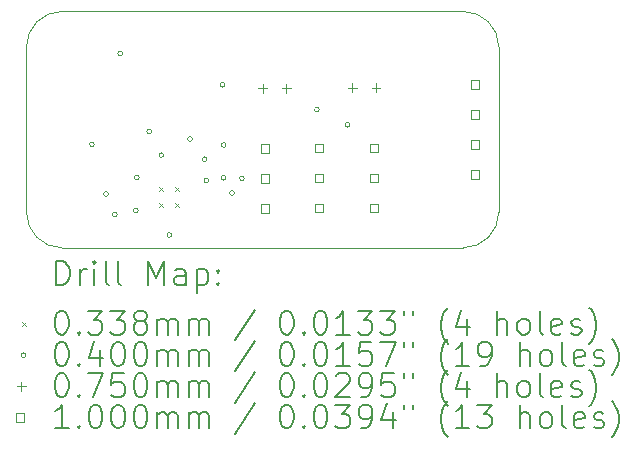
<source format=gbr>
%FSLAX45Y45*%
G04 Gerber Fmt 4.5, Leading zero omitted, Abs format (unit mm)*
G04 Created by KiCad (PCBNEW (6.0.0-0)) date 2022-08-17 21:27:31*
%MOMM*%
%LPD*%
G01*
G04 APERTURE LIST*
%TA.AperFunction,Profile*%
%ADD10C,0.100000*%
%TD*%
%ADD11C,0.200000*%
%ADD12C,0.033750*%
%ADD13C,0.040000*%
%ADD14C,0.075000*%
%ADD15C,0.100000*%
G04 APERTURE END LIST*
D10*
X14300000Y-8000000D02*
X17700000Y-8000000D01*
X17700000Y-10000000D02*
X14300000Y-10000000D01*
X14000000Y-9700000D02*
X14000000Y-8300000D01*
X18000000Y-8300000D02*
X18000000Y-9700000D01*
X18000000Y-8300000D02*
G75*
G03*
X17700000Y-8000000I-300000J0D01*
G01*
X17700000Y-10000000D02*
G75*
G03*
X18000000Y-9700000I0J300000D01*
G01*
X14000000Y-9700000D02*
G75*
G03*
X14300000Y-10000000I300000J0D01*
G01*
X14300000Y-8000000D02*
G75*
G03*
X14000000Y-8300000I0J-300000D01*
G01*
D11*
D12*
X15125625Y-9485625D02*
X15159375Y-9519375D01*
X15159375Y-9485625D02*
X15125625Y-9519375D01*
X15125625Y-9620625D02*
X15159375Y-9654375D01*
X15159375Y-9620625D02*
X15125625Y-9654375D01*
X15260625Y-9485625D02*
X15294375Y-9519375D01*
X15294375Y-9485625D02*
X15260625Y-9519375D01*
X15260625Y-9620625D02*
X15294375Y-9654375D01*
X15294375Y-9620625D02*
X15260625Y-9654375D01*
D13*
X14575000Y-9125000D02*
G75*
G03*
X14575000Y-9125000I-20000J0D01*
G01*
X14695000Y-9545000D02*
G75*
G03*
X14695000Y-9545000I-20000J0D01*
G01*
X14768069Y-9717210D02*
G75*
G03*
X14768069Y-9717210I-20000J0D01*
G01*
X14815000Y-8355000D02*
G75*
G03*
X14815000Y-8355000I-20000J0D01*
G01*
X14946621Y-9686660D02*
G75*
G03*
X14946621Y-9686660I-20000J0D01*
G01*
X14955000Y-9405000D02*
G75*
G03*
X14955000Y-9405000I-20000J0D01*
G01*
X15060000Y-9017500D02*
G75*
G03*
X15060000Y-9017500I-20000J0D01*
G01*
X15161709Y-9215831D02*
G75*
G03*
X15161709Y-9215831I-20000J0D01*
G01*
X15230000Y-9892500D02*
G75*
G03*
X15230000Y-9892500I-20000J0D01*
G01*
X15405000Y-9080000D02*
G75*
G03*
X15405000Y-9080000I-20000J0D01*
G01*
X15530000Y-9250000D02*
G75*
G03*
X15530000Y-9250000I-20000J0D01*
G01*
X15543814Y-9430355D02*
G75*
G03*
X15543814Y-9430355I-20000J0D01*
G01*
X15680000Y-8620000D02*
G75*
G03*
X15680000Y-8620000I-20000J0D01*
G01*
X15688714Y-9407065D02*
G75*
G03*
X15688714Y-9407065I-20000J0D01*
G01*
X15690000Y-9130000D02*
G75*
G03*
X15690000Y-9130000I-20000J0D01*
G01*
X15760640Y-9535711D02*
G75*
G03*
X15760640Y-9535711I-20000J0D01*
G01*
X15844950Y-9412401D02*
G75*
G03*
X15844950Y-9412401I-20000J0D01*
G01*
X16480000Y-8830000D02*
G75*
G03*
X16480000Y-8830000I-20000J0D01*
G01*
X16740000Y-8960000D02*
G75*
G03*
X16740000Y-8960000I-20000J0D01*
G01*
D14*
X16000000Y-8612500D02*
X16000000Y-8687500D01*
X15962500Y-8650000D02*
X16037500Y-8650000D01*
X16200000Y-8612500D02*
X16200000Y-8687500D01*
X16162500Y-8650000D02*
X16237500Y-8650000D01*
X16760000Y-8607500D02*
X16760000Y-8682500D01*
X16722500Y-8645000D02*
X16797500Y-8645000D01*
X16960000Y-8607500D02*
X16960000Y-8682500D01*
X16922500Y-8645000D02*
X16997500Y-8645000D01*
D15*
X16055356Y-9195356D02*
X16055356Y-9124644D01*
X15984644Y-9124644D01*
X15984644Y-9195356D01*
X16055356Y-9195356D01*
X16055356Y-9449356D02*
X16055356Y-9378644D01*
X15984644Y-9378644D01*
X15984644Y-9449356D01*
X16055356Y-9449356D01*
X16055356Y-9703356D02*
X16055356Y-9632644D01*
X15984644Y-9632644D01*
X15984644Y-9703356D01*
X16055356Y-9703356D01*
X16515356Y-9192856D02*
X16515356Y-9122144D01*
X16444644Y-9122144D01*
X16444644Y-9192856D01*
X16515356Y-9192856D01*
X16515356Y-9446856D02*
X16515356Y-9376144D01*
X16444644Y-9376144D01*
X16444644Y-9446856D01*
X16515356Y-9446856D01*
X16515356Y-9700856D02*
X16515356Y-9630144D01*
X16444644Y-9630144D01*
X16444644Y-9700856D01*
X16515356Y-9700856D01*
X16980356Y-9192856D02*
X16980356Y-9122144D01*
X16909644Y-9122144D01*
X16909644Y-9192856D01*
X16980356Y-9192856D01*
X16980356Y-9446856D02*
X16980356Y-9376144D01*
X16909644Y-9376144D01*
X16909644Y-9446856D01*
X16980356Y-9446856D01*
X16980356Y-9700856D02*
X16980356Y-9630144D01*
X16909644Y-9630144D01*
X16909644Y-9700856D01*
X16980356Y-9700856D01*
X17832856Y-8653356D02*
X17832856Y-8582644D01*
X17762144Y-8582644D01*
X17762144Y-8653356D01*
X17832856Y-8653356D01*
X17832856Y-8907356D02*
X17832856Y-8836644D01*
X17762144Y-8836644D01*
X17762144Y-8907356D01*
X17832856Y-8907356D01*
X17832856Y-9161356D02*
X17832856Y-9090644D01*
X17762144Y-9090644D01*
X17762144Y-9161356D01*
X17832856Y-9161356D01*
X17832856Y-9415356D02*
X17832856Y-9344644D01*
X17762144Y-9344644D01*
X17762144Y-9415356D01*
X17832856Y-9415356D01*
D11*
X14252619Y-10315476D02*
X14252619Y-10115476D01*
X14300238Y-10115476D01*
X14328809Y-10125000D01*
X14347857Y-10144048D01*
X14357381Y-10163095D01*
X14366905Y-10201190D01*
X14366905Y-10229762D01*
X14357381Y-10267857D01*
X14347857Y-10286905D01*
X14328809Y-10305952D01*
X14300238Y-10315476D01*
X14252619Y-10315476D01*
X14452619Y-10315476D02*
X14452619Y-10182143D01*
X14452619Y-10220238D02*
X14462143Y-10201190D01*
X14471667Y-10191667D01*
X14490714Y-10182143D01*
X14509762Y-10182143D01*
X14576428Y-10315476D02*
X14576428Y-10182143D01*
X14576428Y-10115476D02*
X14566905Y-10125000D01*
X14576428Y-10134524D01*
X14585952Y-10125000D01*
X14576428Y-10115476D01*
X14576428Y-10134524D01*
X14700238Y-10315476D02*
X14681190Y-10305952D01*
X14671667Y-10286905D01*
X14671667Y-10115476D01*
X14805000Y-10315476D02*
X14785952Y-10305952D01*
X14776428Y-10286905D01*
X14776428Y-10115476D01*
X15033571Y-10315476D02*
X15033571Y-10115476D01*
X15100238Y-10258333D01*
X15166905Y-10115476D01*
X15166905Y-10315476D01*
X15347857Y-10315476D02*
X15347857Y-10210714D01*
X15338333Y-10191667D01*
X15319286Y-10182143D01*
X15281190Y-10182143D01*
X15262143Y-10191667D01*
X15347857Y-10305952D02*
X15328809Y-10315476D01*
X15281190Y-10315476D01*
X15262143Y-10305952D01*
X15252619Y-10286905D01*
X15252619Y-10267857D01*
X15262143Y-10248810D01*
X15281190Y-10239286D01*
X15328809Y-10239286D01*
X15347857Y-10229762D01*
X15443095Y-10182143D02*
X15443095Y-10382143D01*
X15443095Y-10191667D02*
X15462143Y-10182143D01*
X15500238Y-10182143D01*
X15519286Y-10191667D01*
X15528809Y-10201190D01*
X15538333Y-10220238D01*
X15538333Y-10277381D01*
X15528809Y-10296429D01*
X15519286Y-10305952D01*
X15500238Y-10315476D01*
X15462143Y-10315476D01*
X15443095Y-10305952D01*
X15624048Y-10296429D02*
X15633571Y-10305952D01*
X15624048Y-10315476D01*
X15614524Y-10305952D01*
X15624048Y-10296429D01*
X15624048Y-10315476D01*
X15624048Y-10191667D02*
X15633571Y-10201190D01*
X15624048Y-10210714D01*
X15614524Y-10201190D01*
X15624048Y-10191667D01*
X15624048Y-10210714D01*
D12*
X13961250Y-10628125D02*
X13995000Y-10661875D01*
X13995000Y-10628125D02*
X13961250Y-10661875D01*
D11*
X14290714Y-10535476D02*
X14309762Y-10535476D01*
X14328809Y-10545000D01*
X14338333Y-10554524D01*
X14347857Y-10573571D01*
X14357381Y-10611667D01*
X14357381Y-10659286D01*
X14347857Y-10697381D01*
X14338333Y-10716429D01*
X14328809Y-10725952D01*
X14309762Y-10735476D01*
X14290714Y-10735476D01*
X14271667Y-10725952D01*
X14262143Y-10716429D01*
X14252619Y-10697381D01*
X14243095Y-10659286D01*
X14243095Y-10611667D01*
X14252619Y-10573571D01*
X14262143Y-10554524D01*
X14271667Y-10545000D01*
X14290714Y-10535476D01*
X14443095Y-10716429D02*
X14452619Y-10725952D01*
X14443095Y-10735476D01*
X14433571Y-10725952D01*
X14443095Y-10716429D01*
X14443095Y-10735476D01*
X14519286Y-10535476D02*
X14643095Y-10535476D01*
X14576428Y-10611667D01*
X14605000Y-10611667D01*
X14624048Y-10621190D01*
X14633571Y-10630714D01*
X14643095Y-10649762D01*
X14643095Y-10697381D01*
X14633571Y-10716429D01*
X14624048Y-10725952D01*
X14605000Y-10735476D01*
X14547857Y-10735476D01*
X14528809Y-10725952D01*
X14519286Y-10716429D01*
X14709762Y-10535476D02*
X14833571Y-10535476D01*
X14766905Y-10611667D01*
X14795476Y-10611667D01*
X14814524Y-10621190D01*
X14824048Y-10630714D01*
X14833571Y-10649762D01*
X14833571Y-10697381D01*
X14824048Y-10716429D01*
X14814524Y-10725952D01*
X14795476Y-10735476D01*
X14738333Y-10735476D01*
X14719286Y-10725952D01*
X14709762Y-10716429D01*
X14947857Y-10621190D02*
X14928809Y-10611667D01*
X14919286Y-10602143D01*
X14909762Y-10583095D01*
X14909762Y-10573571D01*
X14919286Y-10554524D01*
X14928809Y-10545000D01*
X14947857Y-10535476D01*
X14985952Y-10535476D01*
X15005000Y-10545000D01*
X15014524Y-10554524D01*
X15024048Y-10573571D01*
X15024048Y-10583095D01*
X15014524Y-10602143D01*
X15005000Y-10611667D01*
X14985952Y-10621190D01*
X14947857Y-10621190D01*
X14928809Y-10630714D01*
X14919286Y-10640238D01*
X14909762Y-10659286D01*
X14909762Y-10697381D01*
X14919286Y-10716429D01*
X14928809Y-10725952D01*
X14947857Y-10735476D01*
X14985952Y-10735476D01*
X15005000Y-10725952D01*
X15014524Y-10716429D01*
X15024048Y-10697381D01*
X15024048Y-10659286D01*
X15014524Y-10640238D01*
X15005000Y-10630714D01*
X14985952Y-10621190D01*
X15109762Y-10735476D02*
X15109762Y-10602143D01*
X15109762Y-10621190D02*
X15119286Y-10611667D01*
X15138333Y-10602143D01*
X15166905Y-10602143D01*
X15185952Y-10611667D01*
X15195476Y-10630714D01*
X15195476Y-10735476D01*
X15195476Y-10630714D02*
X15205000Y-10611667D01*
X15224048Y-10602143D01*
X15252619Y-10602143D01*
X15271667Y-10611667D01*
X15281190Y-10630714D01*
X15281190Y-10735476D01*
X15376428Y-10735476D02*
X15376428Y-10602143D01*
X15376428Y-10621190D02*
X15385952Y-10611667D01*
X15405000Y-10602143D01*
X15433571Y-10602143D01*
X15452619Y-10611667D01*
X15462143Y-10630714D01*
X15462143Y-10735476D01*
X15462143Y-10630714D02*
X15471667Y-10611667D01*
X15490714Y-10602143D01*
X15519286Y-10602143D01*
X15538333Y-10611667D01*
X15547857Y-10630714D01*
X15547857Y-10735476D01*
X15938333Y-10525952D02*
X15766905Y-10783095D01*
X16195476Y-10535476D02*
X16214524Y-10535476D01*
X16233571Y-10545000D01*
X16243095Y-10554524D01*
X16252619Y-10573571D01*
X16262143Y-10611667D01*
X16262143Y-10659286D01*
X16252619Y-10697381D01*
X16243095Y-10716429D01*
X16233571Y-10725952D01*
X16214524Y-10735476D01*
X16195476Y-10735476D01*
X16176428Y-10725952D01*
X16166905Y-10716429D01*
X16157381Y-10697381D01*
X16147857Y-10659286D01*
X16147857Y-10611667D01*
X16157381Y-10573571D01*
X16166905Y-10554524D01*
X16176428Y-10545000D01*
X16195476Y-10535476D01*
X16347857Y-10716429D02*
X16357381Y-10725952D01*
X16347857Y-10735476D01*
X16338333Y-10725952D01*
X16347857Y-10716429D01*
X16347857Y-10735476D01*
X16481190Y-10535476D02*
X16500238Y-10535476D01*
X16519286Y-10545000D01*
X16528809Y-10554524D01*
X16538333Y-10573571D01*
X16547857Y-10611667D01*
X16547857Y-10659286D01*
X16538333Y-10697381D01*
X16528809Y-10716429D01*
X16519286Y-10725952D01*
X16500238Y-10735476D01*
X16481190Y-10735476D01*
X16462143Y-10725952D01*
X16452619Y-10716429D01*
X16443095Y-10697381D01*
X16433571Y-10659286D01*
X16433571Y-10611667D01*
X16443095Y-10573571D01*
X16452619Y-10554524D01*
X16462143Y-10545000D01*
X16481190Y-10535476D01*
X16738333Y-10735476D02*
X16624048Y-10735476D01*
X16681190Y-10735476D02*
X16681190Y-10535476D01*
X16662143Y-10564048D01*
X16643095Y-10583095D01*
X16624048Y-10592619D01*
X16805000Y-10535476D02*
X16928810Y-10535476D01*
X16862143Y-10611667D01*
X16890714Y-10611667D01*
X16909762Y-10621190D01*
X16919286Y-10630714D01*
X16928810Y-10649762D01*
X16928810Y-10697381D01*
X16919286Y-10716429D01*
X16909762Y-10725952D01*
X16890714Y-10735476D01*
X16833571Y-10735476D01*
X16814524Y-10725952D01*
X16805000Y-10716429D01*
X16995476Y-10535476D02*
X17119286Y-10535476D01*
X17052619Y-10611667D01*
X17081190Y-10611667D01*
X17100238Y-10621190D01*
X17109762Y-10630714D01*
X17119286Y-10649762D01*
X17119286Y-10697381D01*
X17109762Y-10716429D01*
X17100238Y-10725952D01*
X17081190Y-10735476D01*
X17024048Y-10735476D01*
X17005000Y-10725952D01*
X16995476Y-10716429D01*
X17195476Y-10535476D02*
X17195476Y-10573571D01*
X17271667Y-10535476D02*
X17271667Y-10573571D01*
X17566905Y-10811667D02*
X17557381Y-10802143D01*
X17538333Y-10773571D01*
X17528810Y-10754524D01*
X17519286Y-10725952D01*
X17509762Y-10678333D01*
X17509762Y-10640238D01*
X17519286Y-10592619D01*
X17528810Y-10564048D01*
X17538333Y-10545000D01*
X17557381Y-10516429D01*
X17566905Y-10506905D01*
X17728810Y-10602143D02*
X17728810Y-10735476D01*
X17681190Y-10525952D02*
X17633571Y-10668810D01*
X17757381Y-10668810D01*
X17985952Y-10735476D02*
X17985952Y-10535476D01*
X18071667Y-10735476D02*
X18071667Y-10630714D01*
X18062143Y-10611667D01*
X18043095Y-10602143D01*
X18014524Y-10602143D01*
X17995476Y-10611667D01*
X17985952Y-10621190D01*
X18195476Y-10735476D02*
X18176429Y-10725952D01*
X18166905Y-10716429D01*
X18157381Y-10697381D01*
X18157381Y-10640238D01*
X18166905Y-10621190D01*
X18176429Y-10611667D01*
X18195476Y-10602143D01*
X18224048Y-10602143D01*
X18243095Y-10611667D01*
X18252619Y-10621190D01*
X18262143Y-10640238D01*
X18262143Y-10697381D01*
X18252619Y-10716429D01*
X18243095Y-10725952D01*
X18224048Y-10735476D01*
X18195476Y-10735476D01*
X18376429Y-10735476D02*
X18357381Y-10725952D01*
X18347857Y-10706905D01*
X18347857Y-10535476D01*
X18528810Y-10725952D02*
X18509762Y-10735476D01*
X18471667Y-10735476D01*
X18452619Y-10725952D01*
X18443095Y-10706905D01*
X18443095Y-10630714D01*
X18452619Y-10611667D01*
X18471667Y-10602143D01*
X18509762Y-10602143D01*
X18528810Y-10611667D01*
X18538333Y-10630714D01*
X18538333Y-10649762D01*
X18443095Y-10668810D01*
X18614524Y-10725952D02*
X18633571Y-10735476D01*
X18671667Y-10735476D01*
X18690714Y-10725952D01*
X18700238Y-10706905D01*
X18700238Y-10697381D01*
X18690714Y-10678333D01*
X18671667Y-10668810D01*
X18643095Y-10668810D01*
X18624048Y-10659286D01*
X18614524Y-10640238D01*
X18614524Y-10630714D01*
X18624048Y-10611667D01*
X18643095Y-10602143D01*
X18671667Y-10602143D01*
X18690714Y-10611667D01*
X18766905Y-10811667D02*
X18776429Y-10802143D01*
X18795476Y-10773571D01*
X18805000Y-10754524D01*
X18814524Y-10725952D01*
X18824048Y-10678333D01*
X18824048Y-10640238D01*
X18814524Y-10592619D01*
X18805000Y-10564048D01*
X18795476Y-10545000D01*
X18776429Y-10516429D01*
X18766905Y-10506905D01*
D13*
X13995000Y-10909000D02*
G75*
G03*
X13995000Y-10909000I-20000J0D01*
G01*
D11*
X14290714Y-10799476D02*
X14309762Y-10799476D01*
X14328809Y-10809000D01*
X14338333Y-10818524D01*
X14347857Y-10837571D01*
X14357381Y-10875667D01*
X14357381Y-10923286D01*
X14347857Y-10961381D01*
X14338333Y-10980429D01*
X14328809Y-10989952D01*
X14309762Y-10999476D01*
X14290714Y-10999476D01*
X14271667Y-10989952D01*
X14262143Y-10980429D01*
X14252619Y-10961381D01*
X14243095Y-10923286D01*
X14243095Y-10875667D01*
X14252619Y-10837571D01*
X14262143Y-10818524D01*
X14271667Y-10809000D01*
X14290714Y-10799476D01*
X14443095Y-10980429D02*
X14452619Y-10989952D01*
X14443095Y-10999476D01*
X14433571Y-10989952D01*
X14443095Y-10980429D01*
X14443095Y-10999476D01*
X14624048Y-10866143D02*
X14624048Y-10999476D01*
X14576428Y-10789952D02*
X14528809Y-10932810D01*
X14652619Y-10932810D01*
X14766905Y-10799476D02*
X14785952Y-10799476D01*
X14805000Y-10809000D01*
X14814524Y-10818524D01*
X14824048Y-10837571D01*
X14833571Y-10875667D01*
X14833571Y-10923286D01*
X14824048Y-10961381D01*
X14814524Y-10980429D01*
X14805000Y-10989952D01*
X14785952Y-10999476D01*
X14766905Y-10999476D01*
X14747857Y-10989952D01*
X14738333Y-10980429D01*
X14728809Y-10961381D01*
X14719286Y-10923286D01*
X14719286Y-10875667D01*
X14728809Y-10837571D01*
X14738333Y-10818524D01*
X14747857Y-10809000D01*
X14766905Y-10799476D01*
X14957381Y-10799476D02*
X14976428Y-10799476D01*
X14995476Y-10809000D01*
X15005000Y-10818524D01*
X15014524Y-10837571D01*
X15024048Y-10875667D01*
X15024048Y-10923286D01*
X15014524Y-10961381D01*
X15005000Y-10980429D01*
X14995476Y-10989952D01*
X14976428Y-10999476D01*
X14957381Y-10999476D01*
X14938333Y-10989952D01*
X14928809Y-10980429D01*
X14919286Y-10961381D01*
X14909762Y-10923286D01*
X14909762Y-10875667D01*
X14919286Y-10837571D01*
X14928809Y-10818524D01*
X14938333Y-10809000D01*
X14957381Y-10799476D01*
X15109762Y-10999476D02*
X15109762Y-10866143D01*
X15109762Y-10885190D02*
X15119286Y-10875667D01*
X15138333Y-10866143D01*
X15166905Y-10866143D01*
X15185952Y-10875667D01*
X15195476Y-10894714D01*
X15195476Y-10999476D01*
X15195476Y-10894714D02*
X15205000Y-10875667D01*
X15224048Y-10866143D01*
X15252619Y-10866143D01*
X15271667Y-10875667D01*
X15281190Y-10894714D01*
X15281190Y-10999476D01*
X15376428Y-10999476D02*
X15376428Y-10866143D01*
X15376428Y-10885190D02*
X15385952Y-10875667D01*
X15405000Y-10866143D01*
X15433571Y-10866143D01*
X15452619Y-10875667D01*
X15462143Y-10894714D01*
X15462143Y-10999476D01*
X15462143Y-10894714D02*
X15471667Y-10875667D01*
X15490714Y-10866143D01*
X15519286Y-10866143D01*
X15538333Y-10875667D01*
X15547857Y-10894714D01*
X15547857Y-10999476D01*
X15938333Y-10789952D02*
X15766905Y-11047095D01*
X16195476Y-10799476D02*
X16214524Y-10799476D01*
X16233571Y-10809000D01*
X16243095Y-10818524D01*
X16252619Y-10837571D01*
X16262143Y-10875667D01*
X16262143Y-10923286D01*
X16252619Y-10961381D01*
X16243095Y-10980429D01*
X16233571Y-10989952D01*
X16214524Y-10999476D01*
X16195476Y-10999476D01*
X16176428Y-10989952D01*
X16166905Y-10980429D01*
X16157381Y-10961381D01*
X16147857Y-10923286D01*
X16147857Y-10875667D01*
X16157381Y-10837571D01*
X16166905Y-10818524D01*
X16176428Y-10809000D01*
X16195476Y-10799476D01*
X16347857Y-10980429D02*
X16357381Y-10989952D01*
X16347857Y-10999476D01*
X16338333Y-10989952D01*
X16347857Y-10980429D01*
X16347857Y-10999476D01*
X16481190Y-10799476D02*
X16500238Y-10799476D01*
X16519286Y-10809000D01*
X16528809Y-10818524D01*
X16538333Y-10837571D01*
X16547857Y-10875667D01*
X16547857Y-10923286D01*
X16538333Y-10961381D01*
X16528809Y-10980429D01*
X16519286Y-10989952D01*
X16500238Y-10999476D01*
X16481190Y-10999476D01*
X16462143Y-10989952D01*
X16452619Y-10980429D01*
X16443095Y-10961381D01*
X16433571Y-10923286D01*
X16433571Y-10875667D01*
X16443095Y-10837571D01*
X16452619Y-10818524D01*
X16462143Y-10809000D01*
X16481190Y-10799476D01*
X16738333Y-10999476D02*
X16624048Y-10999476D01*
X16681190Y-10999476D02*
X16681190Y-10799476D01*
X16662143Y-10828048D01*
X16643095Y-10847095D01*
X16624048Y-10856619D01*
X16919286Y-10799476D02*
X16824048Y-10799476D01*
X16814524Y-10894714D01*
X16824048Y-10885190D01*
X16843095Y-10875667D01*
X16890714Y-10875667D01*
X16909762Y-10885190D01*
X16919286Y-10894714D01*
X16928810Y-10913762D01*
X16928810Y-10961381D01*
X16919286Y-10980429D01*
X16909762Y-10989952D01*
X16890714Y-10999476D01*
X16843095Y-10999476D01*
X16824048Y-10989952D01*
X16814524Y-10980429D01*
X16995476Y-10799476D02*
X17128810Y-10799476D01*
X17043095Y-10999476D01*
X17195476Y-10799476D02*
X17195476Y-10837571D01*
X17271667Y-10799476D02*
X17271667Y-10837571D01*
X17566905Y-11075667D02*
X17557381Y-11066143D01*
X17538333Y-11037571D01*
X17528810Y-11018524D01*
X17519286Y-10989952D01*
X17509762Y-10942333D01*
X17509762Y-10904238D01*
X17519286Y-10856619D01*
X17528810Y-10828048D01*
X17538333Y-10809000D01*
X17557381Y-10780429D01*
X17566905Y-10770905D01*
X17747857Y-10999476D02*
X17633571Y-10999476D01*
X17690714Y-10999476D02*
X17690714Y-10799476D01*
X17671667Y-10828048D01*
X17652619Y-10847095D01*
X17633571Y-10856619D01*
X17843095Y-10999476D02*
X17881190Y-10999476D01*
X17900238Y-10989952D01*
X17909762Y-10980429D01*
X17928810Y-10951857D01*
X17938333Y-10913762D01*
X17938333Y-10837571D01*
X17928810Y-10818524D01*
X17919286Y-10809000D01*
X17900238Y-10799476D01*
X17862143Y-10799476D01*
X17843095Y-10809000D01*
X17833571Y-10818524D01*
X17824048Y-10837571D01*
X17824048Y-10885190D01*
X17833571Y-10904238D01*
X17843095Y-10913762D01*
X17862143Y-10923286D01*
X17900238Y-10923286D01*
X17919286Y-10913762D01*
X17928810Y-10904238D01*
X17938333Y-10885190D01*
X18176429Y-10999476D02*
X18176429Y-10799476D01*
X18262143Y-10999476D02*
X18262143Y-10894714D01*
X18252619Y-10875667D01*
X18233571Y-10866143D01*
X18205000Y-10866143D01*
X18185952Y-10875667D01*
X18176429Y-10885190D01*
X18385952Y-10999476D02*
X18366905Y-10989952D01*
X18357381Y-10980429D01*
X18347857Y-10961381D01*
X18347857Y-10904238D01*
X18357381Y-10885190D01*
X18366905Y-10875667D01*
X18385952Y-10866143D01*
X18414524Y-10866143D01*
X18433571Y-10875667D01*
X18443095Y-10885190D01*
X18452619Y-10904238D01*
X18452619Y-10961381D01*
X18443095Y-10980429D01*
X18433571Y-10989952D01*
X18414524Y-10999476D01*
X18385952Y-10999476D01*
X18566905Y-10999476D02*
X18547857Y-10989952D01*
X18538333Y-10970905D01*
X18538333Y-10799476D01*
X18719286Y-10989952D02*
X18700238Y-10999476D01*
X18662143Y-10999476D01*
X18643095Y-10989952D01*
X18633571Y-10970905D01*
X18633571Y-10894714D01*
X18643095Y-10875667D01*
X18662143Y-10866143D01*
X18700238Y-10866143D01*
X18719286Y-10875667D01*
X18728810Y-10894714D01*
X18728810Y-10913762D01*
X18633571Y-10932810D01*
X18805000Y-10989952D02*
X18824048Y-10999476D01*
X18862143Y-10999476D01*
X18881190Y-10989952D01*
X18890714Y-10970905D01*
X18890714Y-10961381D01*
X18881190Y-10942333D01*
X18862143Y-10932810D01*
X18833571Y-10932810D01*
X18814524Y-10923286D01*
X18805000Y-10904238D01*
X18805000Y-10894714D01*
X18814524Y-10875667D01*
X18833571Y-10866143D01*
X18862143Y-10866143D01*
X18881190Y-10875667D01*
X18957381Y-11075667D02*
X18966905Y-11066143D01*
X18985952Y-11037571D01*
X18995476Y-11018524D01*
X19005000Y-10989952D01*
X19014524Y-10942333D01*
X19014524Y-10904238D01*
X19005000Y-10856619D01*
X18995476Y-10828048D01*
X18985952Y-10809000D01*
X18966905Y-10780429D01*
X18957381Y-10770905D01*
D14*
X13957500Y-11135500D02*
X13957500Y-11210500D01*
X13920000Y-11173000D02*
X13995000Y-11173000D01*
D11*
X14290714Y-11063476D02*
X14309762Y-11063476D01*
X14328809Y-11073000D01*
X14338333Y-11082524D01*
X14347857Y-11101571D01*
X14357381Y-11139667D01*
X14357381Y-11187286D01*
X14347857Y-11225381D01*
X14338333Y-11244428D01*
X14328809Y-11253952D01*
X14309762Y-11263476D01*
X14290714Y-11263476D01*
X14271667Y-11253952D01*
X14262143Y-11244428D01*
X14252619Y-11225381D01*
X14243095Y-11187286D01*
X14243095Y-11139667D01*
X14252619Y-11101571D01*
X14262143Y-11082524D01*
X14271667Y-11073000D01*
X14290714Y-11063476D01*
X14443095Y-11244428D02*
X14452619Y-11253952D01*
X14443095Y-11263476D01*
X14433571Y-11253952D01*
X14443095Y-11244428D01*
X14443095Y-11263476D01*
X14519286Y-11063476D02*
X14652619Y-11063476D01*
X14566905Y-11263476D01*
X14824048Y-11063476D02*
X14728809Y-11063476D01*
X14719286Y-11158714D01*
X14728809Y-11149190D01*
X14747857Y-11139667D01*
X14795476Y-11139667D01*
X14814524Y-11149190D01*
X14824048Y-11158714D01*
X14833571Y-11177762D01*
X14833571Y-11225381D01*
X14824048Y-11244428D01*
X14814524Y-11253952D01*
X14795476Y-11263476D01*
X14747857Y-11263476D01*
X14728809Y-11253952D01*
X14719286Y-11244428D01*
X14957381Y-11063476D02*
X14976428Y-11063476D01*
X14995476Y-11073000D01*
X15005000Y-11082524D01*
X15014524Y-11101571D01*
X15024048Y-11139667D01*
X15024048Y-11187286D01*
X15014524Y-11225381D01*
X15005000Y-11244428D01*
X14995476Y-11253952D01*
X14976428Y-11263476D01*
X14957381Y-11263476D01*
X14938333Y-11253952D01*
X14928809Y-11244428D01*
X14919286Y-11225381D01*
X14909762Y-11187286D01*
X14909762Y-11139667D01*
X14919286Y-11101571D01*
X14928809Y-11082524D01*
X14938333Y-11073000D01*
X14957381Y-11063476D01*
X15109762Y-11263476D02*
X15109762Y-11130143D01*
X15109762Y-11149190D02*
X15119286Y-11139667D01*
X15138333Y-11130143D01*
X15166905Y-11130143D01*
X15185952Y-11139667D01*
X15195476Y-11158714D01*
X15195476Y-11263476D01*
X15195476Y-11158714D02*
X15205000Y-11139667D01*
X15224048Y-11130143D01*
X15252619Y-11130143D01*
X15271667Y-11139667D01*
X15281190Y-11158714D01*
X15281190Y-11263476D01*
X15376428Y-11263476D02*
X15376428Y-11130143D01*
X15376428Y-11149190D02*
X15385952Y-11139667D01*
X15405000Y-11130143D01*
X15433571Y-11130143D01*
X15452619Y-11139667D01*
X15462143Y-11158714D01*
X15462143Y-11263476D01*
X15462143Y-11158714D02*
X15471667Y-11139667D01*
X15490714Y-11130143D01*
X15519286Y-11130143D01*
X15538333Y-11139667D01*
X15547857Y-11158714D01*
X15547857Y-11263476D01*
X15938333Y-11053952D02*
X15766905Y-11311095D01*
X16195476Y-11063476D02*
X16214524Y-11063476D01*
X16233571Y-11073000D01*
X16243095Y-11082524D01*
X16252619Y-11101571D01*
X16262143Y-11139667D01*
X16262143Y-11187286D01*
X16252619Y-11225381D01*
X16243095Y-11244428D01*
X16233571Y-11253952D01*
X16214524Y-11263476D01*
X16195476Y-11263476D01*
X16176428Y-11253952D01*
X16166905Y-11244428D01*
X16157381Y-11225381D01*
X16147857Y-11187286D01*
X16147857Y-11139667D01*
X16157381Y-11101571D01*
X16166905Y-11082524D01*
X16176428Y-11073000D01*
X16195476Y-11063476D01*
X16347857Y-11244428D02*
X16357381Y-11253952D01*
X16347857Y-11263476D01*
X16338333Y-11253952D01*
X16347857Y-11244428D01*
X16347857Y-11263476D01*
X16481190Y-11063476D02*
X16500238Y-11063476D01*
X16519286Y-11073000D01*
X16528809Y-11082524D01*
X16538333Y-11101571D01*
X16547857Y-11139667D01*
X16547857Y-11187286D01*
X16538333Y-11225381D01*
X16528809Y-11244428D01*
X16519286Y-11253952D01*
X16500238Y-11263476D01*
X16481190Y-11263476D01*
X16462143Y-11253952D01*
X16452619Y-11244428D01*
X16443095Y-11225381D01*
X16433571Y-11187286D01*
X16433571Y-11139667D01*
X16443095Y-11101571D01*
X16452619Y-11082524D01*
X16462143Y-11073000D01*
X16481190Y-11063476D01*
X16624048Y-11082524D02*
X16633571Y-11073000D01*
X16652619Y-11063476D01*
X16700238Y-11063476D01*
X16719286Y-11073000D01*
X16728809Y-11082524D01*
X16738333Y-11101571D01*
X16738333Y-11120619D01*
X16728809Y-11149190D01*
X16614524Y-11263476D01*
X16738333Y-11263476D01*
X16833571Y-11263476D02*
X16871667Y-11263476D01*
X16890714Y-11253952D01*
X16900238Y-11244428D01*
X16919286Y-11215857D01*
X16928810Y-11177762D01*
X16928810Y-11101571D01*
X16919286Y-11082524D01*
X16909762Y-11073000D01*
X16890714Y-11063476D01*
X16852619Y-11063476D01*
X16833571Y-11073000D01*
X16824048Y-11082524D01*
X16814524Y-11101571D01*
X16814524Y-11149190D01*
X16824048Y-11168238D01*
X16833571Y-11177762D01*
X16852619Y-11187286D01*
X16890714Y-11187286D01*
X16909762Y-11177762D01*
X16919286Y-11168238D01*
X16928810Y-11149190D01*
X17109762Y-11063476D02*
X17014524Y-11063476D01*
X17005000Y-11158714D01*
X17014524Y-11149190D01*
X17033571Y-11139667D01*
X17081190Y-11139667D01*
X17100238Y-11149190D01*
X17109762Y-11158714D01*
X17119286Y-11177762D01*
X17119286Y-11225381D01*
X17109762Y-11244428D01*
X17100238Y-11253952D01*
X17081190Y-11263476D01*
X17033571Y-11263476D01*
X17014524Y-11253952D01*
X17005000Y-11244428D01*
X17195476Y-11063476D02*
X17195476Y-11101571D01*
X17271667Y-11063476D02*
X17271667Y-11101571D01*
X17566905Y-11339667D02*
X17557381Y-11330143D01*
X17538333Y-11301571D01*
X17528810Y-11282524D01*
X17519286Y-11253952D01*
X17509762Y-11206333D01*
X17509762Y-11168238D01*
X17519286Y-11120619D01*
X17528810Y-11092048D01*
X17538333Y-11073000D01*
X17557381Y-11044429D01*
X17566905Y-11034905D01*
X17728810Y-11130143D02*
X17728810Y-11263476D01*
X17681190Y-11053952D02*
X17633571Y-11196809D01*
X17757381Y-11196809D01*
X17985952Y-11263476D02*
X17985952Y-11063476D01*
X18071667Y-11263476D02*
X18071667Y-11158714D01*
X18062143Y-11139667D01*
X18043095Y-11130143D01*
X18014524Y-11130143D01*
X17995476Y-11139667D01*
X17985952Y-11149190D01*
X18195476Y-11263476D02*
X18176429Y-11253952D01*
X18166905Y-11244428D01*
X18157381Y-11225381D01*
X18157381Y-11168238D01*
X18166905Y-11149190D01*
X18176429Y-11139667D01*
X18195476Y-11130143D01*
X18224048Y-11130143D01*
X18243095Y-11139667D01*
X18252619Y-11149190D01*
X18262143Y-11168238D01*
X18262143Y-11225381D01*
X18252619Y-11244428D01*
X18243095Y-11253952D01*
X18224048Y-11263476D01*
X18195476Y-11263476D01*
X18376429Y-11263476D02*
X18357381Y-11253952D01*
X18347857Y-11234905D01*
X18347857Y-11063476D01*
X18528810Y-11253952D02*
X18509762Y-11263476D01*
X18471667Y-11263476D01*
X18452619Y-11253952D01*
X18443095Y-11234905D01*
X18443095Y-11158714D01*
X18452619Y-11139667D01*
X18471667Y-11130143D01*
X18509762Y-11130143D01*
X18528810Y-11139667D01*
X18538333Y-11158714D01*
X18538333Y-11177762D01*
X18443095Y-11196809D01*
X18614524Y-11253952D02*
X18633571Y-11263476D01*
X18671667Y-11263476D01*
X18690714Y-11253952D01*
X18700238Y-11234905D01*
X18700238Y-11225381D01*
X18690714Y-11206333D01*
X18671667Y-11196809D01*
X18643095Y-11196809D01*
X18624048Y-11187286D01*
X18614524Y-11168238D01*
X18614524Y-11158714D01*
X18624048Y-11139667D01*
X18643095Y-11130143D01*
X18671667Y-11130143D01*
X18690714Y-11139667D01*
X18766905Y-11339667D02*
X18776429Y-11330143D01*
X18795476Y-11301571D01*
X18805000Y-11282524D01*
X18814524Y-11253952D01*
X18824048Y-11206333D01*
X18824048Y-11168238D01*
X18814524Y-11120619D01*
X18805000Y-11092048D01*
X18795476Y-11073000D01*
X18776429Y-11044429D01*
X18766905Y-11034905D01*
D15*
X13980356Y-11472356D02*
X13980356Y-11401644D01*
X13909644Y-11401644D01*
X13909644Y-11472356D01*
X13980356Y-11472356D01*
D11*
X14357381Y-11527476D02*
X14243095Y-11527476D01*
X14300238Y-11527476D02*
X14300238Y-11327476D01*
X14281190Y-11356048D01*
X14262143Y-11375095D01*
X14243095Y-11384619D01*
X14443095Y-11508428D02*
X14452619Y-11517952D01*
X14443095Y-11527476D01*
X14433571Y-11517952D01*
X14443095Y-11508428D01*
X14443095Y-11527476D01*
X14576428Y-11327476D02*
X14595476Y-11327476D01*
X14614524Y-11337000D01*
X14624048Y-11346524D01*
X14633571Y-11365571D01*
X14643095Y-11403667D01*
X14643095Y-11451286D01*
X14633571Y-11489381D01*
X14624048Y-11508428D01*
X14614524Y-11517952D01*
X14595476Y-11527476D01*
X14576428Y-11527476D01*
X14557381Y-11517952D01*
X14547857Y-11508428D01*
X14538333Y-11489381D01*
X14528809Y-11451286D01*
X14528809Y-11403667D01*
X14538333Y-11365571D01*
X14547857Y-11346524D01*
X14557381Y-11337000D01*
X14576428Y-11327476D01*
X14766905Y-11327476D02*
X14785952Y-11327476D01*
X14805000Y-11337000D01*
X14814524Y-11346524D01*
X14824048Y-11365571D01*
X14833571Y-11403667D01*
X14833571Y-11451286D01*
X14824048Y-11489381D01*
X14814524Y-11508428D01*
X14805000Y-11517952D01*
X14785952Y-11527476D01*
X14766905Y-11527476D01*
X14747857Y-11517952D01*
X14738333Y-11508428D01*
X14728809Y-11489381D01*
X14719286Y-11451286D01*
X14719286Y-11403667D01*
X14728809Y-11365571D01*
X14738333Y-11346524D01*
X14747857Y-11337000D01*
X14766905Y-11327476D01*
X14957381Y-11327476D02*
X14976428Y-11327476D01*
X14995476Y-11337000D01*
X15005000Y-11346524D01*
X15014524Y-11365571D01*
X15024048Y-11403667D01*
X15024048Y-11451286D01*
X15014524Y-11489381D01*
X15005000Y-11508428D01*
X14995476Y-11517952D01*
X14976428Y-11527476D01*
X14957381Y-11527476D01*
X14938333Y-11517952D01*
X14928809Y-11508428D01*
X14919286Y-11489381D01*
X14909762Y-11451286D01*
X14909762Y-11403667D01*
X14919286Y-11365571D01*
X14928809Y-11346524D01*
X14938333Y-11337000D01*
X14957381Y-11327476D01*
X15109762Y-11527476D02*
X15109762Y-11394143D01*
X15109762Y-11413190D02*
X15119286Y-11403667D01*
X15138333Y-11394143D01*
X15166905Y-11394143D01*
X15185952Y-11403667D01*
X15195476Y-11422714D01*
X15195476Y-11527476D01*
X15195476Y-11422714D02*
X15205000Y-11403667D01*
X15224048Y-11394143D01*
X15252619Y-11394143D01*
X15271667Y-11403667D01*
X15281190Y-11422714D01*
X15281190Y-11527476D01*
X15376428Y-11527476D02*
X15376428Y-11394143D01*
X15376428Y-11413190D02*
X15385952Y-11403667D01*
X15405000Y-11394143D01*
X15433571Y-11394143D01*
X15452619Y-11403667D01*
X15462143Y-11422714D01*
X15462143Y-11527476D01*
X15462143Y-11422714D02*
X15471667Y-11403667D01*
X15490714Y-11394143D01*
X15519286Y-11394143D01*
X15538333Y-11403667D01*
X15547857Y-11422714D01*
X15547857Y-11527476D01*
X15938333Y-11317952D02*
X15766905Y-11575095D01*
X16195476Y-11327476D02*
X16214524Y-11327476D01*
X16233571Y-11337000D01*
X16243095Y-11346524D01*
X16252619Y-11365571D01*
X16262143Y-11403667D01*
X16262143Y-11451286D01*
X16252619Y-11489381D01*
X16243095Y-11508428D01*
X16233571Y-11517952D01*
X16214524Y-11527476D01*
X16195476Y-11527476D01*
X16176428Y-11517952D01*
X16166905Y-11508428D01*
X16157381Y-11489381D01*
X16147857Y-11451286D01*
X16147857Y-11403667D01*
X16157381Y-11365571D01*
X16166905Y-11346524D01*
X16176428Y-11337000D01*
X16195476Y-11327476D01*
X16347857Y-11508428D02*
X16357381Y-11517952D01*
X16347857Y-11527476D01*
X16338333Y-11517952D01*
X16347857Y-11508428D01*
X16347857Y-11527476D01*
X16481190Y-11327476D02*
X16500238Y-11327476D01*
X16519286Y-11337000D01*
X16528809Y-11346524D01*
X16538333Y-11365571D01*
X16547857Y-11403667D01*
X16547857Y-11451286D01*
X16538333Y-11489381D01*
X16528809Y-11508428D01*
X16519286Y-11517952D01*
X16500238Y-11527476D01*
X16481190Y-11527476D01*
X16462143Y-11517952D01*
X16452619Y-11508428D01*
X16443095Y-11489381D01*
X16433571Y-11451286D01*
X16433571Y-11403667D01*
X16443095Y-11365571D01*
X16452619Y-11346524D01*
X16462143Y-11337000D01*
X16481190Y-11327476D01*
X16614524Y-11327476D02*
X16738333Y-11327476D01*
X16671667Y-11403667D01*
X16700238Y-11403667D01*
X16719286Y-11413190D01*
X16728809Y-11422714D01*
X16738333Y-11441762D01*
X16738333Y-11489381D01*
X16728809Y-11508428D01*
X16719286Y-11517952D01*
X16700238Y-11527476D01*
X16643095Y-11527476D01*
X16624048Y-11517952D01*
X16614524Y-11508428D01*
X16833571Y-11527476D02*
X16871667Y-11527476D01*
X16890714Y-11517952D01*
X16900238Y-11508428D01*
X16919286Y-11479857D01*
X16928810Y-11441762D01*
X16928810Y-11365571D01*
X16919286Y-11346524D01*
X16909762Y-11337000D01*
X16890714Y-11327476D01*
X16852619Y-11327476D01*
X16833571Y-11337000D01*
X16824048Y-11346524D01*
X16814524Y-11365571D01*
X16814524Y-11413190D01*
X16824048Y-11432238D01*
X16833571Y-11441762D01*
X16852619Y-11451286D01*
X16890714Y-11451286D01*
X16909762Y-11441762D01*
X16919286Y-11432238D01*
X16928810Y-11413190D01*
X17100238Y-11394143D02*
X17100238Y-11527476D01*
X17052619Y-11317952D02*
X17005000Y-11460809D01*
X17128810Y-11460809D01*
X17195476Y-11327476D02*
X17195476Y-11365571D01*
X17271667Y-11327476D02*
X17271667Y-11365571D01*
X17566905Y-11603667D02*
X17557381Y-11594143D01*
X17538333Y-11565571D01*
X17528810Y-11546524D01*
X17519286Y-11517952D01*
X17509762Y-11470333D01*
X17509762Y-11432238D01*
X17519286Y-11384619D01*
X17528810Y-11356048D01*
X17538333Y-11337000D01*
X17557381Y-11308428D01*
X17566905Y-11298905D01*
X17747857Y-11527476D02*
X17633571Y-11527476D01*
X17690714Y-11527476D02*
X17690714Y-11327476D01*
X17671667Y-11356048D01*
X17652619Y-11375095D01*
X17633571Y-11384619D01*
X17814524Y-11327476D02*
X17938333Y-11327476D01*
X17871667Y-11403667D01*
X17900238Y-11403667D01*
X17919286Y-11413190D01*
X17928810Y-11422714D01*
X17938333Y-11441762D01*
X17938333Y-11489381D01*
X17928810Y-11508428D01*
X17919286Y-11517952D01*
X17900238Y-11527476D01*
X17843095Y-11527476D01*
X17824048Y-11517952D01*
X17814524Y-11508428D01*
X18176429Y-11527476D02*
X18176429Y-11327476D01*
X18262143Y-11527476D02*
X18262143Y-11422714D01*
X18252619Y-11403667D01*
X18233571Y-11394143D01*
X18205000Y-11394143D01*
X18185952Y-11403667D01*
X18176429Y-11413190D01*
X18385952Y-11527476D02*
X18366905Y-11517952D01*
X18357381Y-11508428D01*
X18347857Y-11489381D01*
X18347857Y-11432238D01*
X18357381Y-11413190D01*
X18366905Y-11403667D01*
X18385952Y-11394143D01*
X18414524Y-11394143D01*
X18433571Y-11403667D01*
X18443095Y-11413190D01*
X18452619Y-11432238D01*
X18452619Y-11489381D01*
X18443095Y-11508428D01*
X18433571Y-11517952D01*
X18414524Y-11527476D01*
X18385952Y-11527476D01*
X18566905Y-11527476D02*
X18547857Y-11517952D01*
X18538333Y-11498905D01*
X18538333Y-11327476D01*
X18719286Y-11517952D02*
X18700238Y-11527476D01*
X18662143Y-11527476D01*
X18643095Y-11517952D01*
X18633571Y-11498905D01*
X18633571Y-11422714D01*
X18643095Y-11403667D01*
X18662143Y-11394143D01*
X18700238Y-11394143D01*
X18719286Y-11403667D01*
X18728810Y-11422714D01*
X18728810Y-11441762D01*
X18633571Y-11460809D01*
X18805000Y-11517952D02*
X18824048Y-11527476D01*
X18862143Y-11527476D01*
X18881190Y-11517952D01*
X18890714Y-11498905D01*
X18890714Y-11489381D01*
X18881190Y-11470333D01*
X18862143Y-11460809D01*
X18833571Y-11460809D01*
X18814524Y-11451286D01*
X18805000Y-11432238D01*
X18805000Y-11422714D01*
X18814524Y-11403667D01*
X18833571Y-11394143D01*
X18862143Y-11394143D01*
X18881190Y-11403667D01*
X18957381Y-11603667D02*
X18966905Y-11594143D01*
X18985952Y-11565571D01*
X18995476Y-11546524D01*
X19005000Y-11517952D01*
X19014524Y-11470333D01*
X19014524Y-11432238D01*
X19005000Y-11384619D01*
X18995476Y-11356048D01*
X18985952Y-11337000D01*
X18966905Y-11308428D01*
X18957381Y-11298905D01*
M02*

</source>
